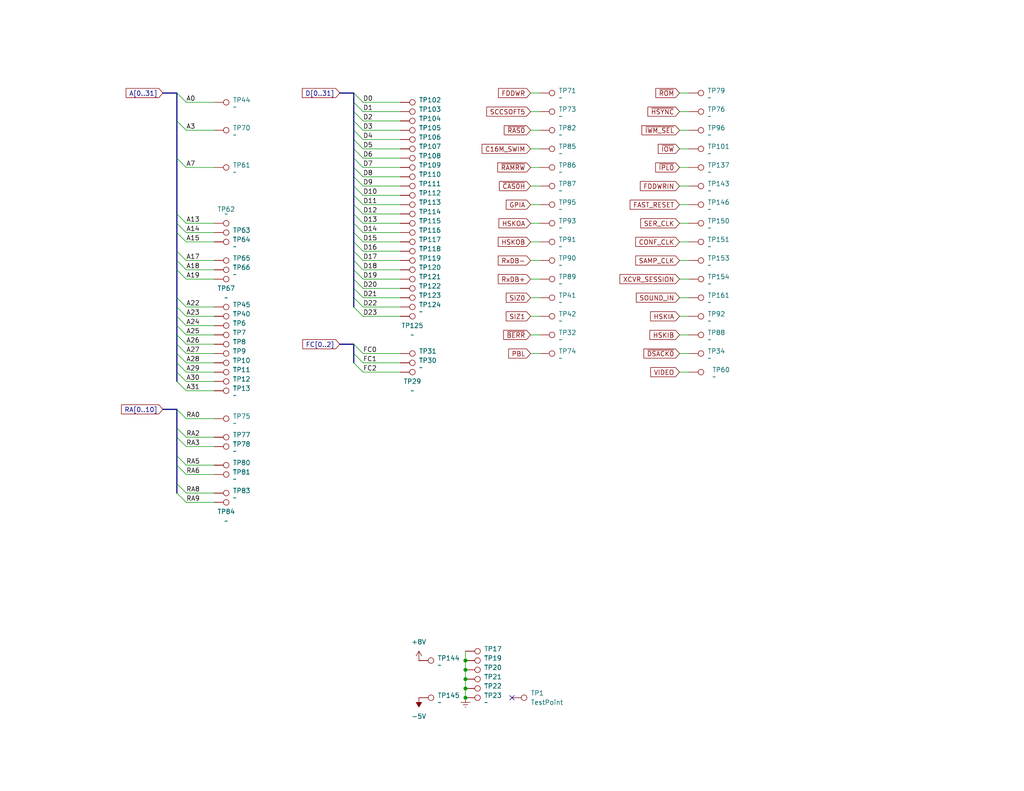
<source format=kicad_sch>
(kicad_sch (version 20250114) (generator "eeschema") (generator_version "9.0")
  (paper "USLetter")
  (title_block (title "Macintosh Classic II") (date "2025-05-29") (company "Apple Computer") (comment 1 "drawn by Bradley Bell"))
  (lib_symbols
    (symbol "Connector:TestPoint" (pin_numbers (hide yes)) (pin_names (offset 0.762) (hide yes))
      (property "Reference" "TP" (at 0 6.858 0))
      (property "Value" "TestPoint" (at 0 5.08 0))
      (symbol "TestPoint_0_1"
        (circle (center 0 3.302) (radius 0.762))
      )
      (symbol "TestPoint_1_1"
        (pin passive line (at 0 0 90) (length 2.54) (name "1") (number "1"))
      )
    )
    (symbol "power:+8V" (power) (pin_numbers (hide yes)) (pin_names (offset 0) (hide yes))
      (property "Value" "+8V" (at 0 3.556 0))
      (symbol "+8V_0_1"
        (polyline (pts (xy -0.762 1.27) (xy 0 2.54)))
        (polyline (pts (xy 0 2.54) (xy 0.762 1.27)))
        (polyline (pts (xy 0 0) (xy 0 2.54)))
      )
      (symbol "+8V_1_1"
        (pin power_in line (at 0 0 90) (length 0) (name "~") (number "1"))
      )
    )
    (symbol "power:-5V" (power) (pin_numbers (hide yes)) (pin_names (offset 0) (hide yes))
      (property "Value" "-5V" (at 0 3.556 0))
      (symbol "-5V_0_0"
        (pin power_in line (at 0 0 90) (length 0) (name "~") (number "1"))
      )
      (symbol "-5V_0_1"
        (polyline (pts (xy 0 0) (xy 0 1.27) (xy 0.762 1.27) (xy 0 2.54) (xy -0.762 1.27) (xy 0 1.27)) (fill (type outline)))
      )
    )
    (symbol "power:GNDREF" (power) (pin_numbers (hide yes)) (pin_names (offset 0) (hide yes))
      (property "Value" "GNDREF" (at 0 -3.81 0))
      (symbol "GNDREF_0_1"
        (polyline (pts (xy -0.635 -1.905) (xy 0.635 -1.905)))
        (polyline (pts (xy -0.127 -2.54) (xy 0.127 -2.54)))
        (polyline (pts (xy 0 -1.27) (xy 0 0)))
        (polyline (pts (xy 1.27 -1.27) (xy -1.27 -1.27)))
      )
      (symbol "GNDREF_1_1"
        (pin power_in line (at 0 0 270) (length 0) (name "~") (number "1"))
      )
    )
  )
  (junction (at 127 180.34))
  (junction (at 127 190.5))
  (junction (at 127 187.96))
  (junction (at 127 185.42))
  (junction (at 127 182.88))
  (no_connect (at 139.7 190.5))
  (bus_entry (at 99.06 101.6) (size -2.54 -2.54))
  (bus_entry (at 99.06 68.58) (size -2.54 -2.54))
  (bus_entry (at 99.06 35.56) (size -2.54 -2.54))
  (bus_entry (at 99.06 40.64) (size -2.54 -2.54))
  (bus_entry (at 48.26 25.4) (size 2.54 2.54))
  (bus_entry (at 99.06 81.28) (size -2.54 -2.54))
  (bus_entry (at 50.8 134.62) (size -2.54 -2.54))
  (bus_entry (at 99.06 76.2) (size -2.54 -2.54))
  (bus_entry (at 50.8 114.3) (size -2.54 -2.54))
  (bus_entry (at 99.06 43.18) (size -2.54 -2.54))
  (bus_entry (at 48.26 73.66) (size 2.54 2.54))
  (bus_entry (at 48.26 81.28) (size 2.54 2.54))
  (bus_entry (at 99.06 86.36) (size -2.54 -2.54))
  (bus_entry (at 48.26 104.14) (size 2.54 2.54))
  (bus_entry (at 48.26 63.5) (size 2.54 2.54))
  (bus_entry (at 99.06 55.88) (size -2.54 -2.54))
  (bus_entry (at 48.26 68.58) (size 2.54 2.54))
  (bus_entry (at 48.26 96.52) (size 2.54 2.54))
  (bus_entry (at 99.06 96.52) (size -2.54 -2.54))
  (bus_entry (at 99.06 60.96) (size -2.54 -2.54))
  (bus_entry (at 99.06 53.34) (size -2.54 -2.54))
  (bus_entry (at 99.06 50.8) (size -2.54 -2.54))
  (bus_entry (at 50.8 121.92) (size -2.54 -2.54))
  (bus_entry (at 99.06 38.1) (size -2.54 -2.54))
  (bus_entry (at 48.26 60.96) (size 2.54 2.54))
  (bus_entry (at 48.26 101.6) (size 2.54 2.54))
  (bus_entry (at 99.06 58.42) (size -2.54 -2.54))
  (bus_entry (at 48.26 99.06) (size 2.54 2.54))
  (bus_entry (at 99.06 71.12) (size -2.54 -2.54))
  (bus_entry (at 48.26 88.9) (size 2.54 2.54))
  (bus_entry (at 99.06 83.82) (size -2.54 -2.54))
  (bus_entry (at 48.26 71.12) (size 2.54 2.54))
  (bus_entry (at 48.26 33.02) (size 2.54 2.54))
  (bus_entry (at 50.8 137.16) (size -2.54 -2.54))
  (bus_entry (at 48.26 86.36) (size 2.54 2.54))
  (bus_entry (at 48.26 58.42) (size 2.54 2.54))
  (bus_entry (at 48.26 43.18) (size 2.54 2.54))
  (bus_entry (at 50.8 127) (size -2.54 -2.54))
  (bus_entry (at 99.06 73.66) (size -2.54 -2.54))
  (bus_entry (at 99.06 78.74) (size -2.54 -2.54))
  (bus_entry (at 99.06 33.02) (size -2.54 -2.54))
  (bus_entry (at 50.8 119.38) (size -2.54 -2.54))
  (bus_entry (at 99.06 63.5) (size -2.54 -2.54))
  (bus_entry (at 99.06 99.06) (size -2.54 -2.54))
  (bus_entry (at 50.8 129.54) (size -2.54 -2.54))
  (bus_entry (at 48.26 93.98) (size 2.54 2.54))
  (bus_entry (at 99.06 27.94) (size -2.54 -2.54))
  (bus_entry (at 48.26 83.82) (size 2.54 2.54))
  (bus_entry (at 99.06 48.26) (size -2.54 -2.54))
  (bus_entry (at 99.06 45.72) (size -2.54 -2.54))
  (bus_entry (at 99.06 30.48) (size -2.54 -2.54))
  (bus_entry (at 48.26 91.44) (size 2.54 2.54))
  (bus_entry (at 99.06 66.04) (size -2.54 -2.54))
  (bus (pts (xy 48.26 73.66) (xy 48.26 81.28)))
  (wire (pts (xy 109.22 99.06) (xy 99.06 99.06)))
  (bus (pts (xy 48.26 86.36) (xy 48.26 83.82)))
  (wire (pts (xy 50.8 129.54) (xy 58.42 129.54)))
  (wire (pts (xy 50.8 114.3) (xy 58.42 114.3)))
  (wire (pts (xy 58.42 106.68) (xy 50.8 106.68)))
  (bus (pts (xy 96.52 68.58) (xy 96.52 66.04)))
  (bus (pts (xy 48.26 104.14) (xy 48.26 101.6)))
  (wire (pts (xy 50.8 134.62) (xy 58.42 134.62)))
  (wire (pts (xy 187.96 25.4) (xy 185.42 25.4)))
  (wire (pts (xy 147.32 60.96) (xy 144.78 60.96)))
  (wire (pts (xy 58.42 104.14) (xy 50.8 104.14)))
  (bus (pts (xy 48.26 96.52) (xy 48.26 93.98)))
  (bus (pts (xy 48.26 111.76) (xy 44.45 111.76)))
  (wire (pts (xy 109.22 45.72) (xy 99.06 45.72)))
  (bus (pts (xy 48.26 63.5) (xy 48.26 68.58)))
  (bus (pts (xy 48.26 101.6) (xy 48.26 99.06)))
  (bus (pts (xy 48.26 73.66) (xy 48.26 71.12)))
  (wire (pts (xy 127 190.5) (xy 127 187.96)))
  (wire (pts (xy 147.32 45.72) (xy 144.78 45.72)))
  (wire (pts (xy 147.32 50.8) (xy 144.78 50.8)))
  (wire (pts (xy 147.32 66.04) (xy 144.78 66.04)))
  (wire (pts (xy 109.22 40.64) (xy 99.06 40.64)))
  (wire (pts (xy 187.96 60.96) (xy 185.42 60.96)))
  (wire (pts (xy 109.22 68.58) (xy 99.06 68.58)))
  (wire (pts (xy 187.96 45.72) (xy 185.42 45.72)))
  (wire (pts (xy 50.8 71.12) (xy 58.42 71.12)))
  (wire (pts (xy 187.96 101.6) (xy 185.42 101.6)))
  (bus (pts (xy 96.52 45.72) (xy 96.52 43.18)))
  (wire (pts (xy 147.32 55.88) (xy 144.78 55.88)))
  (wire (pts (xy 109.22 63.5) (xy 99.06 63.5)))
  (wire (pts (xy 50.8 137.16) (xy 58.42 137.16)))
  (bus (pts (xy 44.45 25.4) (xy 48.26 25.4)))
  (wire (pts (xy 144.78 91.44) (xy 147.32 91.44)))
  (wire (pts (xy 58.42 60.96) (xy 50.8 60.96)))
  (wire (pts (xy 147.32 30.48) (xy 144.78 30.48)))
  (wire (pts (xy 109.22 73.66) (xy 99.06 73.66)))
  (wire (pts (xy 99.06 101.6) (xy 109.22 101.6)))
  (wire (pts (xy 58.42 91.44) (xy 50.8 91.44)))
  (bus (pts (xy 96.52 35.56) (xy 96.52 33.02)))
  (bus (pts (xy 96.52 40.64) (xy 96.52 38.1)))
  (bus (pts (xy 48.26 119.38) (xy 48.26 124.46)))
  (bus (pts (xy 96.52 93.98) (xy 92.71 93.98)))
  (bus (pts (xy 96.52 63.5) (xy 96.52 60.96)))
  (wire (pts (xy 99.06 96.52) (xy 109.22 96.52)))
  (wire (pts (xy 58.42 101.6) (xy 50.8 101.6)))
  (bus (pts (xy 96.52 38.1) (xy 96.52 35.56)))
  (wire (pts (xy 109.22 43.18) (xy 99.06 43.18)))
  (bus (pts (xy 96.52 53.34) (xy 96.52 50.8)))
  (wire (pts (xy 109.22 33.02) (xy 99.06 33.02)))
  (wire (pts (xy 185.42 96.52) (xy 187.96 96.52)))
  (bus (pts (xy 96.52 50.8) (xy 96.52 48.26)))
  (bus (pts (xy 96.52 30.48) (xy 96.52 27.94)))
  (wire (pts (xy 58.42 83.82) (xy 50.8 83.82)))
  (wire (pts (xy 147.32 25.4) (xy 144.78 25.4)))
  (bus (pts (xy 48.26 71.12) (xy 48.26 68.58)))
  (bus (pts (xy 48.26 111.76) (xy 48.26 116.84)))
  (wire (pts (xy 109.22 58.42) (xy 99.06 58.42)))
  (wire (pts (xy 127 187.96) (xy 127 185.42)))
  (bus (pts (xy 48.26 91.44) (xy 48.26 88.9)))
  (wire (pts (xy 109.22 76.2) (xy 99.06 76.2)))
  (wire (pts (xy 109.22 30.48) (xy 99.06 30.48)))
  (wire (pts (xy 109.22 35.56) (xy 99.06 35.56)))
  (wire (pts (xy 187.96 81.28) (xy 185.42 81.28)))
  (wire (pts (xy 127 185.42) (xy 127 182.88)))
  (wire (pts (xy 50.8 121.92) (xy 58.42 121.92)))
  (wire (pts (xy 109.22 86.36) (xy 99.06 86.36)))
  (wire (pts (xy 50.8 63.5) (xy 58.42 63.5)))
  (bus (pts (xy 48.26 60.96) (xy 48.26 58.42)))
  (bus (pts (xy 48.26 63.5) (xy 48.26 60.96)))
  (bus (pts (xy 96.52 96.52) (xy 96.52 93.98)))
  (wire (pts (xy 109.22 48.26) (xy 99.06 48.26)))
  (wire (pts (xy 187.96 71.12) (xy 185.42 71.12)))
  (bus (pts (xy 96.52 48.26) (xy 96.52 45.72)))
  (bus (pts (xy 96.52 33.02) (xy 96.52 30.48)))
  (bus (pts (xy 96.52 55.88) (xy 96.52 53.34)))
  (bus (pts (xy 48.26 99.06) (xy 48.26 96.52)))
  (wire (pts (xy 109.22 66.04) (xy 99.06 66.04)))
  (bus (pts (xy 48.26 93.98) (xy 48.26 91.44)))
  (bus (pts (xy 48.26 25.4) (xy 48.26 33.02)))
  (wire (pts (xy 50.8 119.38) (xy 58.42 119.38)))
  (bus (pts (xy 96.52 73.66) (xy 96.52 71.12)))
  (bus (pts (xy 96.52 27.94) (xy 96.52 25.4)))
  (bus (pts (xy 96.52 76.2) (xy 96.52 73.66)))
  (wire (pts (xy 144.78 35.56) (xy 147.32 35.56)))
  (wire (pts (xy 109.22 53.34) (xy 99.06 53.34)))
  (bus (pts (xy 48.26 134.62) (xy 48.26 132.08)))
  (wire (pts (xy 109.22 38.1) (xy 99.06 38.1)))
  (wire (pts (xy 127 182.88) (xy 127 180.34)))
  (wire (pts (xy 187.96 50.8) (xy 185.42 50.8)))
  (wire (pts (xy 109.22 50.8) (xy 99.06 50.8)))
  (wire (pts (xy 147.32 76.2) (xy 144.78 76.2)))
  (bus (pts (xy 48.26 88.9) (xy 48.26 86.36)))
  (wire (pts (xy 58.42 35.56) (xy 50.8 35.56)))
  (bus (pts (xy 96.52 60.96) (xy 96.52 58.42)))
  (wire (pts (xy 187.96 91.44) (xy 185.42 91.44)))
  (wire (pts (xy 58.42 88.9) (xy 50.8 88.9)))
  (wire (pts (xy 109.22 55.88) (xy 99.06 55.88)))
  (bus (pts (xy 48.26 33.02) (xy 48.26 43.18)))
  (bus (pts (xy 96.52 71.12) (xy 96.52 68.58)))
  (bus (pts (xy 96.52 25.4) (xy 92.71 25.4)))
  (wire (pts (xy 109.22 27.94) (xy 99.06 27.94)))
  (wire (pts (xy 58.42 99.06) (xy 50.8 99.06)))
  (wire (pts (xy 187.96 55.88) (xy 185.42 55.88)))
  (bus (pts (xy 96.52 99.06) (xy 96.52 96.52)))
  (wire (pts (xy 109.22 78.74) (xy 99.06 78.74)))
  (wire (pts (xy 144.78 86.36) (xy 147.32 86.36)))
  (wire (pts (xy 58.42 86.36) (xy 50.8 86.36)))
  (bus (pts (xy 96.52 78.74) (xy 96.52 76.2)))
  (wire (pts (xy 109.22 60.96) (xy 99.06 60.96)))
  (wire (pts (xy 109.22 71.12) (xy 99.06 71.12)))
  (bus (pts (xy 48.26 83.82) (xy 48.26 81.28)))
  (bus (pts (xy 96.52 43.18) (xy 96.52 40.64)))
  (wire (pts (xy 147.32 96.52) (xy 144.78 96.52)))
  (wire (pts (xy 58.42 93.98) (xy 50.8 93.98)))
  (wire (pts (xy 109.22 83.82) (xy 99.06 83.82)))
  (bus (pts (xy 48.26 43.18) (xy 48.26 58.42)))
  (bus (pts (xy 96.52 63.5) (xy 96.52 66.04)))
  (wire (pts (xy 147.32 40.64) (xy 144.78 40.64)))
  (wire (pts (xy 50.8 73.66) (xy 58.42 73.66)))
  (wire (pts (xy 50.8 66.04) (xy 58.42 66.04)))
  (wire (pts (xy 187.96 40.64) (xy 185.42 40.64)))
  (wire (pts (xy 187.96 86.36) (xy 185.42 86.36)))
  (wire (pts (xy 187.96 66.04) (xy 185.42 66.04)))
  (bus (pts (xy 48.26 127) (xy 48.26 132.08)))
  (wire (pts (xy 109.22 81.28) (xy 99.06 81.28)))
  (bus (pts (xy 96.52 83.82) (xy 96.52 81.28)))
  (wire (pts (xy 147.32 71.12) (xy 144.78 71.12)))
  (wire (pts (xy 50.8 127) (xy 58.42 127)))
  (wire (pts (xy 58.42 27.94) (xy 50.8 27.94)))
  (bus (pts (xy 96.52 81.28) (xy 96.52 78.74)))
  (bus (pts (xy 96.52 58.42) (xy 96.52 55.88)))
  (wire (pts (xy 187.96 30.48) (xy 185.42 30.48)))
  (wire (pts (xy 187.96 35.56) (xy 185.42 35.56)))
  (bus (pts (xy 48.26 119.38) (xy 48.26 116.84)))
  (wire (pts (xy 187.96 76.2) (xy 185.42 76.2)))
  (wire (pts (xy 127 180.34) (xy 127 177.8)))
  (bus (pts (xy 48.26 127) (xy 48.26 124.46)))
  (wire (pts (xy 144.78 81.28) (xy 147.32 81.28)))
  (wire (pts (xy 58.42 96.52) (xy 50.8 96.52)))
  (wire (pts (xy 58.42 45.72) (xy 50.8 45.72)))
  (wire (pts (xy 50.8 76.2) (xy 58.42 76.2)))
  (label "A18" (at 50.8 73.66 0))
  (label "D15" (at 99.06 66.04 0))
  (label "D7" (at 99.06 45.72 0))
  (label "A28" (at 50.8 99.06 0))
  (label "D12" (at 99.06 58.42 0))
  (label "A19" (at 50.8 76.2 0))
  (label "A30" (at 50.8 104.14 0))
  (label "D23" (at 99.06 86.36 0))
  (label "D21" (at 99.06 81.28 0))
  (label "D20" (at 99.06 78.74 0))
  (label "A3" (at 50.8 35.56 0))
  (label "D6" (at 99.06 43.18 0))
  (label "A26" (at 50.8 93.98 0))
  (label "D22" (at 99.06 83.82 0))
  (label "D13" (at 99.06 60.96 0))
  (label "D4" (at 99.06 38.1 0))
  (label "A29" (at 50.8 101.6 0))
  (label "D10" (at 99.06 53.34 0))
  (label "D5" (at 99.06 40.64 0))
  (label "A31" (at 50.8 106.68 0))
  (label "A17" (at 50.8 71.12 0))
  (label "FC2" (at 99.06 101.6 0))
  (label "RA6" (at 50.8 129.54 0))
  (label "D14" (at 99.06 63.5 0))
  (label "D17" (at 99.06 71.12 0))
  (label "RA3" (at 50.8 121.92 0))
  (label "D9" (at 99.06 50.8 0))
  (label "D3" (at 99.06 35.56 0))
  (label "RA8" (at 50.8 134.62 0))
  (label "RA9" (at 50.8 137.16 0))
  (label "RA2" (at 50.8 119.38 0))
  (label "A24" (at 50.8 88.9 0))
  (label "RA0" (at 50.8 114.3 0))
  (label "A7" (at 50.8 45.72 0))
  (label "D16" (at 99.06 68.58 0))
  (label "A14" (at 50.8 63.5 0))
  (label "A22" (at 50.8 83.82 0))
  (label "A27" (at 50.8 96.52 0))
  (label "D19" (at 99.06 76.2 0))
  (label "D11" (at 99.06 55.88 0))
  (label "D1" (at 99.06 30.48 0))
  (label "D0" (at 99.06 27.94 0))
  (label "A23" (at 50.8 86.36 0))
  (label "D8" (at 99.06 48.26 0))
  (label "RA5" (at 50.8 127 0))
  (label "D18" (at 99.06 73.66 0))
  (label "A25" (at 50.8 91.44 0))
  (label "A13" (at 50.8 60.96 0))
  (label "FC1" (at 99.06 99.06 0))
  (label "FC0" (at 99.06 96.52 0))
  (label "A15" (at 50.8 66.04 0))
  (label "D2" (at 99.06 33.02 0))
  (label "A0" (at 50.8 27.94 0))
  (global_label "~{IWM_SEL}" (shape input) (at 185.42 35.56 180) (property "Intersheetrefs" "${INTERSHEET_REFS}" (at 178.8063 35.56 0) (effects (justify right))))
  (global_label "~{IPL0}" (shape input) (at 185.42 45.72 180) (property "Intersheetrefs" "${INTERSHEET_REFS}" (at 178.3224 45.72 0) (effects (justify right))))
  (global_label "VIDEO" (shape input) (at 185.42 101.6 180) (property "Intersheetrefs" "${INTERSHEET_REFS}" (at 176.9919 101.6 0) (effects (justify right))))
  (global_label "RA[0..10]" (shape input) (at 44.45 111.76 180) (property "Intersheetrefs" "${INTERSHEET_REFS}" (at 32.5747 111.76 0) (effects (justify right))))
  (global_label "SIZ0" (shape input) (at 144.78 81.28 180) (property "Intersheetrefs" "${INTERSHEET_REFS}" (at 137.5615 81.28 0) (effects (justify right))))
  (global_label "C16M_SWIM" (shape input) (at 144.78 40.64 180) (property "Intersheetrefs" "${INTERSHEET_REFS}" (at 130.9697 40.64 0) (effects (justify right))))
  (global_label "~{CAS0H}" (shape input) (at 144.78 50.8 180) (property "Intersheetrefs" "${INTERSHEET_REFS}" (at 135.6867 50.8 0) (effects (justify right))))
  (global_label "FDDWR" (shape input) (at 144.78 25.4 180) (property "Intersheetrefs" "${INTERSHEET_REFS}" (at 135.4448 25.4 0) (effects (justify right))))
  (global_label "~{IOW}" (shape input) (at 185.42 40.64 180) (property "Intersheetrefs" "${INTERSHEET_REFS}" (at 179.0481 40.64 0) (effects (justify right))))
  (global_label "~{RAMRW}" (shape input) (at 144.78 45.72 180) (property "Intersheetrefs" "${INTERSHEET_REFS}" (at 135.2634 45.72 0) (effects (justify right))))
  (global_label "FDDWRIN" (shape input) (at 185.42 50.8 180) (property "Intersheetrefs" "${INTERSHEET_REFS}" (at 174.1495 50.8 0) (effects (justify right))))
  (global_label "RxDB-" (shape input) (at 144.78 71.12 180) (property "Intersheetrefs" "${INTERSHEET_REFS}" (at 135.3843 71.12 0) (effects (justify right))))
  (global_label "~{HSYNC}" (shape input) (at 185.42 30.48 180) (property "Intersheetrefs" "${INTERSHEET_REFS}" (at 176.2057 30.48 0) (effects (justify right))))
  (global_label "SER_CLK" (shape input) (at 185.42 60.96 180) (property "Intersheetrefs" "${INTERSHEET_REFS}" (at 174.2706 60.96 0) (effects (justify right))))
  (global_label "HSKOB" (shape input) (at 144.78 66.04 180) (property "Intersheetrefs" "${INTERSHEET_REFS}" (at 135.3843 66.04 0) (effects (justify right))))
  (global_label "PBL" (shape input) (at 144.78 96.52 180) (property "Intersheetrefs" "${INTERSHEET_REFS}" (at 138.2267 96.52 0) (effects (justify right))))
  (global_label "FAST_RESET" (shape input) (at 185.42 55.88 180) (property "Intersheetrefs" "${INTERSHEET_REFS}" (at 171.3678 55.88 0) (effects (justify right))))
  (global_label "SAMP_CLK" (shape input) (at 185.42 71.12 180) (property "Intersheetrefs" "${INTERSHEET_REFS}" (at 172.8796 71.12 0) (effects (justify right))))
  (global_label "SOUND_IN" (shape input) (at 185.42 81.28 180) (property "Intersheetrefs" "${INTERSHEET_REFS}" (at 173.0609 81.28 0) (effects (justify right))))
  (global_label "CONF_CLK" (shape input) (at 185.42 66.04 180) (property "Intersheetrefs" "${INTERSHEET_REFS}" (at 172.8795 66.04 0) (effects (justify right))))
  (global_label "A[0..31]" (shape input) (at 44.45 25.4 180) (property "Intersheetrefs" "${INTERSHEET_REFS}" (at 33.8447 25.4 0) (effects (justify right))))
  (global_label "RxDB+" (shape input) (at 144.78 76.2 180) (property "Intersheetrefs" "${INTERSHEET_REFS}" (at 135.3843 76.2 0) (effects (justify right))))
  (global_label "HSKIA" (shape input) (at 185.42 86.36 180) (property "Intersheetrefs" "${INTERSHEET_REFS}" (at 176.9314 86.36 0) (effects (justify right))))
  (global_label "SCCSOFT5" (shape input) (at 144.78 30.48 180) (property "Intersheetrefs" "${INTERSHEET_REFS}" (at 132.2396 30.48 0) (effects (justify right))))
  (global_label "HSKIB" (shape input) (at 185.42 91.44 180) (property "Intersheetrefs" "${INTERSHEET_REFS}" (at 176.75 91.44 0) (effects (justify right))))
  (global_label "~{ROM}" (shape input) (at 185.42 25.4 180) (property "Intersheetrefs" "${INTERSHEET_REFS}" (at 175.9034 25.4 0) (effects (justify right))))
  (global_label "HSKOA" (shape input) (at 144.78 60.96 180) (property "Intersheetrefs" "${INTERSHEET_REFS}" (at 135.5657 60.96 0) (effects (justify right))))
  (global_label "~{RAS0}" (shape input) (at 144.78 35.56 180) (property "Intersheetrefs" "${INTERSHEET_REFS}" (at 137.0172 35.56 0) (effects (justify right))))
  (global_label "~{DSACK0}" (shape input) (at 185.42 96.52 180) (property "Intersheetrefs" "${INTERSHEET_REFS}" (at 175.1172 96.52 0) (effects (justify right))))
  (global_label "XCVR_SESSION" (shape input) (at 185.42 76.2 180) (property "Intersheetrefs" "${INTERSHEET_REFS}" (at 168.5858 76.2 0) (effects (justify right))))
  (global_label "GPIA" (shape input) (at 144.78 55.88 180) (property "Intersheetrefs" "${INTERSHEET_REFS}" (at 137.5614 55.88 0) (effects (justify right))))
  (global_label "D[0..31]" (shape input) (at 92.71 25.4 180) (property "Intersheetrefs" "${INTERSHEET_REFS}" (at 81.9233 25.4 0) (effects (justify right))))
  (global_label "~{BERR}" (shape input) (at 144.78 91.44 180) (property "Intersheetrefs" "${INTERSHEET_REFS}" (at 136.8358 91.44 0) (effects (justify right))))
  (global_label "SIZ1" (shape input) (at 144.78 86.36 180) (property "Intersheetrefs" "${INTERSHEET_REFS}" (at 137.5615 86.36 0) (effects (justify right))))
  (global_label "FC[0..2]" (shape input) (at 92.71 93.98 180) (property "Intersheetrefs" "${INTERSHEET_REFS}" (at 82.0442 93.98 0) (effects (justify right))))
  (symbol (lib_id "Connector:TestPoint") (at 139.7 190.5 270) (unit 1)
    (property "Reference" "TP1" (at 144.78 189.2299 90) (effects (justify left)))
    (property "Value" "TestPoint" (at 144.78 191.7699 90) (effects (justify left)))
    (property "Footprint" "TestPoint:TestPoint_Pad_1.5x1.5mm" (effects (hide yes)))
    (property "Description" "test point" (effects (hide yes)))
  )
  (symbol (lib_id "Connector:TestPoint") (at 109.22 96.52 270) (unit 1)
    (property "Reference" "TP31" (at 114.3 95.8849 90) (effects (justify left)))
    (property "Value" "~" (at 114.3 97.79 90) (effects (justify left)))
    (property "Footprint" "MyPackage:TestPoint_THTPad_D1.0mm_Drill0.5mm" (effects (hide yes)))
    (property "Description" "test point" (effects (hide yes)))
  )
  (symbol (lib_id "Connector:TestPoint") (at 187.96 66.04 270) (mirror x) (unit 1)
    (property "Reference" "TP151" (at 193.04 65.4049 90) (effects (justify left)))
    (property "Value" "~" (at 193.04 67.31 90) (effects (justify left)))
    (property "Footprint" "MyPackage:TestPoint_THTPad_D1.0mm_Drill0.5mm" (effects (hide yes)))
    (property "Description" "test point" (effects (hide yes)))
  )
  (symbol (lib_id "Connector:TestPoint") (at 187.96 96.52 270) (unit 1)
    (property "Reference" "TP34" (at 193.04 95.8849 90) (effects (justify left)))
    (property "Value" "~" (at 193.04 97.79 90) (effects (justify left)))
    (property "Footprint" "MyPackage:TestPoint_THTPad_D1.0mm_Drill0.5mm" (effects (hide yes)))
    (property "Description" "test point" (effects (hide yes)))
  )
  (symbol (lib_id "Connector:TestPoint") (at 127 187.96 270) (unit 1)
    (property "Reference" "TP22" (at 132.08 187.3249 90) (effects (justify left)))
    (property "Value" "~" (at 132.08 189.23 90) (effects (justify left)))
    (property "Footprint" "MyPackage:TestPoint_THTPad_D1.0mm_Drill0.5mm" (effects (hide yes)))
    (property "Description" "test point" (effects (hide yes)))
  )
  (symbol (lib_id "Connector:TestPoint") (at 187.96 40.64 270) (mirror x) (unit 1)
    (property "Reference" "TP101" (at 193.04 40.0049 90) (effects (justify left)))
    (property "Value" "~" (at 193.04 41.91 90) (effects (justify left)))
    (property "Footprint" "MyPackage:TestPoint_THTPad_D1.0mm_Drill0.5mm" (effects (hide yes)))
    (property "Description" "test point" (effects (hide yes)))
  )
  (symbol (lib_id "Connector:TestPoint") (at 187.96 71.12 270) (mirror x) (unit 1)
    (property "Reference" "TP153" (at 193.04 70.4849 90) (effects (justify left)))
    (property "Value" "~" (at 193.04 72.39 90) (effects (justify left)))
    (property "Footprint" "MyPackage:TestPoint_THTPad_D1.0mm_Drill0.5mm" (effects (hide yes)))
    (property "Description" "test point" (effects (hide yes)))
  )
  (symbol (lib_id "Connector:TestPoint") (at 147.32 96.52 270) (mirror x) (unit 1)
    (property "Reference" "TP74" (at 152.4 95.8849 90) (effects (justify left)))
    (property "Value" "~" (at 152.4 97.79 90) (effects (justify left)))
    (property "Footprint" "MyPackage:TestPoint_Pad_D1.0mm" (effects (hide yes)))
    (property "Description" "test point" (effects (hide yes)))
  )
  (symbol (lib_id "Connector:TestPoint") (at 58.42 101.6 270) (mirror x) (unit 1)
    (property "Reference" "TP11" (at 63.5 100.9649 90) (effects (justify left)))
    (property "Value" "~" (at 63.5 102.87 90) (effects (justify left)))
    (property "Footprint" "MyPackage:TestPoint_THTPad_D1.0mm_Drill0.5mm" (effects (hide yes)))
    (property "Description" "test point" (effects (hide yes)))
  )
  (symbol (lib_id "Connector:TestPoint") (at 109.22 48.26 270) (mirror x) (unit 1)
    (property "Reference" "TP110" (at 114.3 47.6249 90) (effects (justify left)))
    (property "Value" "~" (at 114.3 49.53 90) (effects (justify left)))
    (property "Footprint" "MyPackage:TestPoint_THTPad_D1.0mm_Drill0.5mm" (effects (hide yes)))
    (property "Description" "test point" (effects (hide yes)))
  )
  (symbol (lib_id "Connector:TestPoint") (at 187.96 45.72 270) (mirror x) (unit 1)
    (property "Reference" "TP137" (at 193.04 45.0849 90) (effects (justify left)))
    (property "Value" "~" (at 193.04 46.99 90) (effects (justify left)))
    (property "Footprint" "MyPackage:TestPoint_THTPad_D1.0mm_Drill0.5mm" (effects (hide yes)))
    (property "Description" "test point" (effects (hide yes)))
  )
  (symbol (lib_id "Connector:TestPoint") (at 147.32 40.64 270) (mirror x) (unit 1)
    (property "Reference" "TP85" (at 152.4 40.0049 90) (effects (justify left)))
    (property "Value" "~" (at 152.4 41.91 90) (effects (justify left)))
    (property "Footprint" "MyPackage:TestPoint_Pad_D1.0mm" (effects (hide yes)))
    (property "Description" "test point" (effects (hide yes)))
  )
  (symbol (lib_id "Connector:TestPoint") (at 58.42 71.12 270) (mirror x) (unit 1)
    (property "Reference" "TP65" (at 63.5 70.4849 90) (effects (justify left)))
    (property "Value" "~" (at 63.5 72.39 90) (effects (justify left)))
    (property "Footprint" "MyPackage:TestPoint_THTPad_D1.0mm_Drill0.5mm" (effects (hide yes)))
    (property "Description" "test point" (effects (hide yes)))
  )
  (symbol (lib_id "Connector:TestPoint") (at 58.42 96.52 270) (mirror x) (unit 1)
    (property "Reference" "TP9" (at 63.5 95.8849 90) (effects (justify left)))
    (property "Value" "~" (at 63.5 97.79 90) (effects (justify left)))
    (property "Footprint" "MyPackage:TestPoint_THTPad_D1.0mm_Drill0.5mm" (effects (hide yes)))
    (property "Description" "test point" (effects (hide yes)))
  )
  (symbol (lib_id "Connector:TestPoint") (at 58.42 121.92 270) (mirror x) (unit 1)
    (property "Reference" "TP78" (at 63.5 121.2849 90) (effects (justify left)))
    (property "Value" "~" (at 63.5 123.19 90) (effects (justify left)))
    (property "Footprint" "MyPackage:TestPoint_Pad_D1.0mm" (effects (hide yes)))
    (property "Description" "test point" (effects (hide yes)))
  )
  (symbol (lib_id "Connector:TestPoint") (at 58.42 63.5 270) (mirror x) (unit 1)
    (property "Reference" "TP63" (at 63.5 62.8649 90) (effects (justify left)))
    (property "Value" "~" (at 63.5 64.77 90) (effects (justify left)))
    (property "Footprint" "MyPackage:TestPoint_THTPad_D1.0mm_Drill0.5mm" (effects (hide yes)))
    (property "Description" "test point" (effects (hide yes)))
  )
  (symbol (lib_id "Connector:TestPoint") (at 58.42 114.3 270) (mirror x) (unit 1)
    (property "Reference" "TP75" (at 63.5 113.6649 90) (effects (justify left)))
    (property "Value" "~" (at 63.5 115.57 90) (effects (justify left)))
    (property "Footprint" "MyPackage:TestPoint_Pad_D1.0mm" (effects (hide yes)))
    (property "Description" "test point" (effects (hide yes)))
  )
  (symbol (lib_id "Connector:TestPoint") (at 187.96 101.6 270) (unit 1)
    (property "Reference" "TP60" (at 194.31 100.9649 90) (effects (justify left)))
    (property "Value" "~" (at 194.31 102.87 90) (effects (justify left)))
    (property "Footprint" "MyPackage:TestPoint_THTPad_D1.0mm_Drill0.5mm" (effects (hide yes)))
    (property "Description" "test point" (effects (hide yes)))
  )
  (symbol (lib_id "Connector:TestPoint") (at 109.22 78.74 270) (mirror x) (unit 1)
    (property "Reference" "TP122" (at 114.3 78.1049 90) (effects (justify left)))
    (property "Value" "~" (at 114.3 80.01 90) (effects (justify left)))
    (property "Footprint" "MyPackage:TestPoint_THTPad_D1.0mm_Drill0.5mm" (effects (hide yes)))
    (property "Description" "test point" (effects (hide yes)))
  )
  (symbol (lib_id "Connector:TestPoint") (at 187.96 81.28 270) (mirror x) (unit 1)
    (property "Reference" "TP161" (at 193.04 80.6449 90) (effects (justify left)))
    (property "Value" "~" (at 193.04 82.55 90) (effects (justify left)))
    (property "Footprint" "MyPackage:TestPoint_THTPad_D1.0mm_Drill0.5mm" (effects (hide yes)))
    (property "Description" "test point" (effects (hide yes)))
  )
  (symbol (lib_id "Connector:TestPoint") (at 109.22 63.5 270) (mirror x) (unit 1)
    (property "Reference" "TP116" (at 114.3 62.8649 90) (effects (justify left)))
    (property "Value" "~" (at 114.3 64.77 90) (effects (justify left)))
    (property "Footprint" "MyPackage:TestPoint_THTPad_D1.0mm_Drill0.5mm" (effects (hide yes)))
    (property "Description" "test point" (effects (hide yes)))
  )
  (symbol (lib_id "Connector:TestPoint") (at 58.42 129.54 270) (mirror x) (unit 1)
    (property "Reference" "TP81" (at 63.5 128.9049 90) (effects (justify left)))
    (property "Value" "~" (at 63.5 130.81 90) (effects (justify left)))
    (property "Footprint" "MyPackage:TestPoint_Pad_D1.0mm" (effects (hide yes)))
    (property "Description" "test point" (effects (hide yes)))
  )
  (symbol (lib_id "Connector:TestPoint") (at 58.42 66.04 270) (mirror x) (unit 1)
    (property "Reference" "TP64" (at 63.5 65.4049 90) (effects (justify left)))
    (property "Value" "~" (at 63.5 67.31 90) (effects (justify left)))
    (property "Footprint" "MyPackage:TestPoint_THTPad_D1.0mm_Drill0.5mm" (effects (hide yes)))
    (property "Description" "test point" (effects (hide yes)))
  )
  (symbol (lib_id "Connector:TestPoint") (at 58.42 134.62 270) (mirror x) (unit 1)
    (property "Reference" "TP83" (at 63.5 133.9849 90) (effects (justify left)))
    (property "Value" "~" (at 63.5 135.89 90) (effects (justify left)))
    (property "Footprint" "MyPackage:TestPoint_THTPad_D1.0mm_Drill0.5mm" (effects (hide yes)))
    (property "Description" "test point" (effects (hide yes)))
  )
  (symbol (lib_id "Connector:TestPoint") (at 127 182.88 270) (unit 1)
    (property "Reference" "TP20" (at 132.08 182.2449 90) (effects (justify left)))
    (property "Value" "~" (at 132.08 184.15 90) (effects (justify left)))
    (property "Footprint" "MyPackage:TestPoint_THTPad_D1.0mm_Drill0.5mm" (effects (hide yes)))
    (property "Description" "test point" (effects (hide yes)))
  )
  (symbol (lib_id "Connector:TestPoint") (at 147.32 91.44 270) (unit 1)
    (property "Reference" "TP32" (at 152.4 90.8049 90) (effects (justify left)))
    (property "Value" "~" (at 152.4 92.71 90) (effects (justify left)))
    (property "Footprint" "MyPackage:TestPoint_Pad_D1.0mm" (effects (hide yes)))
    (property "Description" "test point" (effects (hide yes)))
  )
  (symbol (lib_id "Connector:TestPoint") (at 58.42 45.72 270) (mirror x) (unit 1)
    (property "Reference" "TP61" (at 63.5 45.0849 90) (effects (justify left)))
    (property "Value" "~" (at 63.5 46.99 90) (effects (justify left)))
    (property "Footprint" "MyPackage:TestPoint_THTPad_D1.0mm_Drill0.5mm" (effects (hide yes)))
    (property "Description" "test point" (effects (hide yes)))
  )
  (symbol (lib_id "Connector:TestPoint") (at 109.22 30.48 270) (mirror x) (unit 1)
    (property "Reference" "TP103" (at 114.3 29.8449 90) (effects (justify left)))
    (property "Value" "~" (at 114.3 31.75 90) (effects (justify left)))
    (property "Footprint" "MyPackage:TestPoint_THTPad_D1.0mm_Drill0.5mm" (effects (hide yes)))
    (property "Description" "test point" (effects (hide yes)))
  )
  (symbol (lib_id "Connector:TestPoint") (at 109.22 66.04 270) (mirror x) (unit 1)
    (property "Reference" "TP117" (at 114.3 65.4049 90) (effects (justify left)))
    (property "Value" "~" (at 114.3 67.31 90) (effects (justify left)))
    (property "Footprint" "MyPackage:TestPoint_THTPad_D1.0mm_Drill0.5mm" (effects (hide yes)))
    (property "Description" "test point" (effects (hide yes)))
  )
  (symbol (lib_id "Connector:TestPoint") (at 109.22 27.94 270) (mirror x) (unit 1)
    (property "Reference" "TP102" (at 114.3 27.3049 90) (effects (justify left)))
    (property "Value" "~" (at 114.3 29.21 90) (effects (justify left)))
    (property "Footprint" "MyPackage:TestPoint_THTPad_D1.0mm_Drill0.5mm" (effects (hide yes)))
    (property "Description" "test point" (effects (hide yes)))
  )
  (symbol (lib_id "Connector:TestPoint") (at 114.3 190.5 270) (unit 1)
    (property "Reference" "TP145" (at 119.38 189.8649 90) (effects (justify left)))
    (property "Value" "~" (at 119.38 191.77 90) (effects (justify left)))
    (property "Footprint" "MyPackage:TestPoint_THTPad_D1.0mm_Drill0.5mm" (effects (hide yes)))
    (property "Description" "test point" (effects (hide yes)))
  )
  (symbol (lib_id "Connector:TestPoint") (at 114.3 180.34 270) (unit 1)
    (property "Reference" "TP144" (at 119.38 179.7049 90) (effects (justify left)))
    (property "Value" "~" (at 119.38 181.61 90) (effects (justify left)))
    (property "Footprint" "MyPackage:TestPoint_THTPad_D1.0mm_Drill0.5mm" (effects (hide yes)))
    (property "Description" "test point" (effects (hide yes)))
  )
  (symbol (lib_id "Connector:TestPoint") (at 109.22 40.64 270) (mirror x) (unit 1)
    (property "Reference" "TP107" (at 114.3 40.0049 90) (effects (justify left)))
    (property "Value" "~" (at 114.3 41.91 90) (effects (justify left)))
    (property "Footprint" "MyPackage:TestPoint_THTPad_D1.0mm_Drill0.5mm" (effects (hide yes)))
    (property "Description" "test point" (effects (hide yes)))
  )
  (symbol (lib_id "Connector:TestPoint") (at 147.32 81.28 270) (unit 1)
    (property "Reference" "TP41" (at 152.4 80.6449 90) (effects (justify left)))
    (property "Value" "~" (at 152.4 82.55 90) (effects (justify left)))
    (property "Footprint" "MyPackage:TestPoint_Pad_D1.0mm" (effects (hide yes)))
    (property "Description" "test point" (effects (hide yes)))
  )
  (symbol (lib_id "Connector:TestPoint") (at 58.42 35.56 270) (mirror x) (unit 1)
    (property "Reference" "TP70" (at 63.5 34.9249 90) (effects (justify left)))
    (property "Value" "~" (at 63.5 36.83 90) (effects (justify left)))
    (property "Footprint" "MyPackage:TestPoint_THTPad_D1.0mm_Drill0.5mm" (effects (hide yes)))
    (property "Description" "test point" (effects (hide yes)))
  )
  (symbol (lib_id "Connector:TestPoint") (at 187.96 50.8 270) (mirror x) (unit 1)
    (property "Reference" "TP143" (at 193.04 50.1649 90) (effects (justify left)))
    (property "Value" "~" (at 193.04 52.07 90) (effects (justify left)))
    (property "Footprint" "MyPackage:TestPoint_THTPad_D1.0mm_Drill0.5mm" (effects (hide yes)))
    (property "Description" "test point" (effects (hide yes)))
  )
  (symbol (lib_id "Connector:TestPoint") (at 109.22 53.34 270) (mirror x) (unit 1)
    (property "Reference" "TP112" (at 114.3 52.7049 90) (effects (justify left)))
    (property "Value" "~" (at 114.3 54.61 90) (effects (justify left)))
    (property "Footprint" "MyPackage:TestPoint_THTPad_D1.0mm_Drill0.5mm" (effects (hide yes)))
    (property "Description" "test point" (effects (hide yes)))
  )
  (symbol (lib_id "Connector:TestPoint") (at 147.32 50.8 270) (mirror x) (unit 1)
    (property "Reference" "TP87" (at 152.4 50.1649 90) (effects (justify left)))
    (property "Value" "~" (at 152.4 52.07 90) (effects (justify left)))
    (property "Footprint" "MyPackage:TestPoint_Pad_D1.0mm" (effects (hide yes)))
    (property "Description" "test point" (effects (hide yes)))
  )
  (symbol (lib_id "Connector:TestPoint") (at 109.22 81.28 270) (mirror x) (unit 1)
    (property "Reference" "TP123" (at 114.3 80.6449 90) (effects (justify left)))
    (property "Value" "~" (at 114.3 82.55 90) (effects (justify left)))
    (property "Footprint" "MyPackage:TestPoint_THTPad_D1.0mm_Drill0.5mm" (effects (hide yes)))
    (property "Description" "test point" (effects (hide yes)))
  )
  (symbol (lib_id "Connector:TestPoint") (at 109.22 55.88 270) (mirror x) (unit 1)
    (property "Reference" "TP113" (at 114.3 55.2449 90) (effects (justify left)))
    (property "Value" "~" (at 114.3 57.15 90) (effects (justify left)))
    (property "Footprint" "MyPackage:TestPoint_THTPad_D1.0mm_Drill0.5mm" (effects (hide yes)))
    (property "Description" "test point" (effects (hide yes)))
  )
  (symbol (lib_id "Connector:TestPoint") (at 187.96 91.44 270) (mirror x) (unit 1)
    (property "Reference" "TP88" (at 193.04 90.8049 90) (effects (justify left)))
    (property "Value" "~" (at 193.04 92.71 90) (effects (justify left)))
    (property "Footprint" "MyPackage:TestPoint_THTPad_D1.0mm_Drill0.5mm" (effects (hide yes)))
    (property "Description" "test point" (effects (hide yes)))
  )
  (symbol (lib_id "power:+8V") (at 114.3 180.34 0) (unit 1)
    (property "Reference" "#PWR0310" (effects (hide yes)))
    (property "Value" "+8V" (at 114.3 175.26 0))
    (property "Description" "Power symbol creates a global label with name \"+8V\"" (effects (hide yes)))
  )
  (symbol (lib_id "Connector:TestPoint") (at 58.42 88.9 270) (mirror x) (unit 1)
    (property "Reference" "TP6" (at 63.5 88.2649 90) (effects (justify left)))
    (property "Value" "~" (at 63.5 90.17 90) (effects (justify left)))
    (property "Footprint" "MyPackage:TestPoint_THTPad_D1.0mm_Drill0.5mm" (effects (hide yes)))
    (property "Description" "test point" (effects (hide yes)))
  )
  (symbol (lib_id "Connector:TestPoint") (at 127 190.5 270) (unit 1)
    (property "Reference" "TP23" (at 132.08 189.8649 90) (effects (justify left)))
    (property "Value" "~" (at 132.08 191.77 90) (effects (justify left)))
    (property "Footprint" "MyPackage:TestPoint_THTPad_D1.0mm_Drill0.5mm" (effects (hide yes)))
    (property "Description" "test point" (effects (hide yes)))
  )
  (symbol (lib_id "Connector:TestPoint") (at 109.22 101.6 270) (unit 1)
    (property "Reference" "TP29" (at 112.522 104.14 90))
    (property "Value" "~" (at 112.522 106.68 90))
    (property "Footprint" "MyPackage:TestPoint_THTPad_D1.0mm_Drill0.5mm" (effects (hide yes)))
    (property "Description" "test point" (effects (hide yes)))
  )
  (symbol (lib_id "Connector:TestPoint") (at 58.42 73.66 270) (mirror x) (unit 1)
    (property "Reference" "TP66" (at 63.5 73.0249 90) (effects (justify left)))
    (property "Value" "~" (at 63.5 74.93 90) (effects (justify left)))
    (property "Footprint" "MyPackage:TestPoint_THTPad_D1.0mm_Drill0.5mm" (effects (hide yes)))
    (property "Description" "test point" (effects (hide yes)))
  )
  (symbol (lib_id "Connector:TestPoint") (at 109.22 35.56 270) (mirror x) (unit 1)
    (property "Reference" "TP105" (at 114.3 34.9249 90) (effects (justify left)))
    (property "Value" "~" (at 114.3 36.83 90) (effects (justify left)))
    (property "Footprint" "MyPackage:TestPoint_THTPad_D1.0mm_Drill0.5mm" (effects (hide yes)))
    (property "Description" "test point" (effects (hide yes)))
  )
  (symbol (lib_id "Connector:TestPoint") (at 109.22 60.96 270) (mirror x) (unit 1)
    (property "Reference" "TP115" (at 114.3 60.3249 90) (effects (justify left)))
    (property "Value" "~" (at 114.3 62.23 90) (effects (justify left)))
    (property "Footprint" "MyPackage:TestPoint_THTPad_D1.0mm_Drill0.5mm" (effects (hide yes)))
    (property "Description" "test point" (effects (hide yes)))
  )
  (symbol (lib_id "Connector:TestPoint") (at 187.96 55.88 270) (mirror x) (unit 1)
    (property "Reference" "TP146" (at 193.04 55.2449 90) (effects (justify left)))
    (property "Value" "~" (at 193.04 57.15 90) (effects (justify left)))
    (property "Footprint" "MyPackage:TestPoint_THTPad_D1.0mm_Drill0.5mm" (effects (hide yes)))
    (property "Description" "test point" (effects (hide yes)))
  )
  (symbol (lib_id "Connector:TestPoint") (at 187.96 60.96 270) (mirror x) (unit 1)
    (property "Reference" "TP150" (at 193.04 60.3249 90) (effects (justify left)))
    (property "Value" "~" (at 193.04 62.23 90) (effects (justify left)))
    (property "Footprint" "MyPackage:TestPoint_THTPad_D1.0mm_Drill0.5mm" (effects (hide yes)))
    (property "Description" "test point" (effects (hide yes)))
  )
  (symbol (lib_id "Connector:TestPoint") (at 147.32 45.72 270) (mirror x) (unit 1)
    (property "Reference" "TP86" (at 152.4 45.0849 90) (effects (justify left)))
    (property "Value" "~" (at 152.4 46.99 90) (effects (justify left)))
    (property "Footprint" "MyPackage:TestPoint_Pad_D1.0mm" (effects (hide yes)))
    (property "Description" "test point" (effects (hide yes)))
  )
  (symbol (lib_id "Connector:TestPoint") (at 109.22 33.02 270) (mirror x) (unit 1)
    (property "Reference" "TP104" (at 114.3 32.3849 90) (effects (justify left)))
    (property "Value" "~" (at 114.3 34.29 90) (effects (justify left)))
    (property "Footprint" "MyPackage:TestPoint_THTPad_D1.0mm_Drill0.5mm" (effects (hide yes)))
    (property "Description" "test point" (effects (hide yes)))
  )
  (symbol (lib_id "Connector:TestPoint") (at 127 180.34 270) (unit 1)
    (property "Reference" "TP19" (at 132.08 179.7049 90) (effects (justify left)))
    (property "Value" "~" (at 132.08 181.61 90) (effects (justify left)))
    (property "Footprint" "MyPackage:TestPoint_THTPad_D1.0mm_Drill0.5mm" (effects (hide yes)))
    (property "Description" "test point" (effects (hide yes)))
  )
  (symbol (lib_id "Connector:TestPoint") (at 127 177.8 270) (unit 1)
    (property "Reference" "TP17" (at 132.08 177.1649 90) (effects (justify left)))
    (property "Value" "~" (at 132.08 179.07 90) (effects (justify left)))
    (property "Footprint" "MyPackage:TestPoint_THTPad_D1.0mm_Drill0.5mm" (effects (hide yes)))
    (property "Description" "test point" (effects (hide yes)))
  )
  (symbol (lib_id "Connector:TestPoint") (at 147.32 71.12 270) (mirror x) (unit 1)
    (property "Reference" "TP90" (at 152.4 70.4849 90) (effects (justify left)))
    (property "Value" "~" (at 152.4 72.39 90) (effects (justify left)))
    (property "Footprint" "MyPackage:TestPoint_THTPad_D1.0mm_Drill0.5mm" (effects (hide yes)))
    (property "Description" "test point" (effects (hide yes)))
  )
  (symbol (lib_id "Connector:TestPoint") (at 109.22 43.18 270) (mirror x) (unit 1)
    (property "Reference" "TP108" (at 114.3 42.5449 90) (effects (justify left)))
    (property "Value" "~" (at 114.3 44.45 90) (effects (justify left)))
    (property "Footprint" "MyPackage:TestPoint_THTPad_D1.0mm_Drill0.5mm" (effects (hide yes)))
    (property "Description" "test point" (effects (hide yes)))
  )
  (symbol (lib_id "Connector:TestPoint") (at 109.22 99.06 270) (mirror x) (unit 1)
    (property "Reference" "TP30" (at 114.3 98.4249 90) (effects (justify left)))
    (property "Value" "~" (at 114.3 100.33 90) (effects (justify left)))
    (property "Footprint" "MyPackage:TestPoint_Pad_D1.0mm" (effects (hide yes)))
    (property "Description" "test point" (effects (hide yes)))
  )
  (symbol (lib_id "Connector:TestPoint") (at 187.96 35.56 270) (mirror x) (unit 1)
    (property "Reference" "TP96" (at 193.04 34.9249 90) (effects (justify left)))
    (property "Value" "~" (at 193.04 36.83 90) (effects (justify left)))
    (property "Footprint" "MyPackage:TestPoint_THTPad_D1.0mm_Drill0.5mm" (effects (hide yes)))
    (property "Description" "test point" (effects (hide yes)))
  )
  (symbol (lib_id "Connector:TestPoint") (at 147.32 76.2 270) (mirror x) (unit 1)
    (property "Reference" "TP89" (at 152.4 75.5649 90) (effects (justify left)))
    (property "Value" "~" (at 152.4 77.47 90) (effects (justify left)))
    (property "Footprint" "MyPackage:TestPoint_THTPad_D1.0mm_Drill0.5mm" (effects (hide yes)))
    (property "Description" "test point" (effects (hide yes)))
  )
  (symbol (lib_id "Connector:TestPoint") (at 147.32 66.04 270) (mirror x) (unit 1)
    (property "Reference" "TP91" (at 152.4 65.4049 90) (effects (justify left)))
    (property "Value" "~" (at 152.4 67.31 90) (effects (justify left)))
    (property "Footprint" "MyPackage:TestPoint_Pad_D1.0mm" (effects (hide yes)))
    (property "Description" "test point" (effects (hide yes)))
  )
  (symbol (lib_id "Connector:TestPoint") (at 187.96 86.36 270) (mirror x) (unit 1)
    (property "Reference" "TP92" (at 193.04 85.7249 90) (effects (justify left)))
    (property "Value" "~" (at 193.04 87.63 90) (effects (justify left)))
    (property "Footprint" "MyPackage:TestPoint_THTPad_D1.0mm_Drill0.5mm" (effects (hide yes)))
    (property "Description" "test point" (effects (hide yes)))
  )
  (symbol (lib_id "Connector:TestPoint") (at 58.42 76.2 270) (mirror x) (unit 1)
    (property "Reference" "TP67" (at 61.722 78.74 90))
    (property "Value" "~" (at 61.722 81.28 90))
    (property "Footprint" "MyPackage:TestPoint_THTPad_D1.0mm_Drill0.5mm" (effects (hide yes)))
    (property "Description" "test point" (effects (hide yes)))
  )
  (symbol (lib_id "Connector:TestPoint") (at 58.42 27.94 270) (mirror x) (unit 1)
    (property "Reference" "TP44" (at 63.5 27.3049 90) (effects (justify left)))
    (property "Value" "~" (at 63.5 29.21 90) (effects (justify left)))
    (property "Footprint" "MyPackage:TestPoint_Pad_D1.0mm" (effects (hide yes)))
    (property "Description" "test point" (effects (hide yes)))
  )
  (symbol (lib_id "Connector:TestPoint") (at 58.42 91.44 270) (mirror x) (unit 1)
    (property "Reference" "TP7" (at 63.5 90.8049 90) (effects (justify left)))
    (property "Value" "~" (at 63.5 92.71 90) (effects (justify left)))
    (property "Footprint" "MyPackage:TestPoint_THTPad_D1.0mm_Drill0.5mm" (effects (hide yes)))
    (property "Description" "test point" (effects (hide yes)))
  )
  (symbol (lib_id "Connector:TestPoint") (at 58.42 137.16 270) (mirror x) (unit 1)
    (property "Reference" "TP84" (at 61.722 139.7 90))
    (property "Value" "~" (at 61.722 142.24 90))
    (property "Footprint" "MyPackage:TestPoint_THTPad_D1.0mm_Drill0.5mm" (effects (hide yes)))
    (property "Description" "test point" (effects (hide yes)))
  )
  (symbol (lib_id "Connector:TestPoint") (at 147.32 60.96 270) (unit 1)
    (property "Reference" "TP93" (at 152.4 60.3249 90) (effects (justify left)))
    (property "Value" "~" (at 152.4 62.23 90) (effects (justify left)))
    (property "Footprint" "MyPackage:TestPoint_Pad_D1.0mm" (effects (hide yes)))
    (property "Description" "test point" (effects (hide yes)))
  )
  (symbol (lib_id "Connector:TestPoint") (at 147.32 55.88 270) (unit 1)
    (property "Reference" "TP95" (at 152.4 55.2449 90) (effects (justify left)))
    (property "Value" "~" (at 152.4 57.15 90) (effects (justify left)))
    (property "Footprint" "MyPackage:TestPoint_Pad_D1.0mm" (effects (hide yes)))
    (property "Description" "test point" (effects (hide yes)))
  )
  (symbol (lib_id "Connector:TestPoint") (at 58.42 93.98 270) (mirror x) (unit 1)
    (property "Reference" "TP8" (at 63.5 93.3449 90) (effects (justify left)))
    (property "Value" "~" (at 63.5 95.25 90) (effects (justify left)))
    (property "Footprint" "MyPackage:TestPoint_THTPad_D1.0mm_Drill0.5mm" (effects (hide yes)))
    (property "Description" "test point" (effects (hide yes)))
  )
  (symbol (lib_id "Connector:TestPoint") (at 58.42 83.82 270) (mirror x) (unit 1)
    (property "Reference" "TP45" (at 63.5 83.1849 90) (effects (justify left)))
    (property "Value" "~" (at 63.5 85.09 90) (effects (justify left)))
    (property "Footprint" "MyPackage:TestPoint_Pad_D1.0mm" (effects (hide yes)))
    (property "Description" "test point" (effects (hide yes)))
  )
  (symbol (lib_id "Connector:TestPoint") (at 58.42 106.68 270) (mirror x) (unit 1)
    (property "Reference" "TP13" (at 63.5 106.0449 90) (effects (justify left)))
    (property "Value" "~" (at 63.5 107.95 90) (effects (justify left)))
    (property "Footprint" "MyPackage:TestPoint_THTPad_D1.0mm_Drill0.5mm" (effects (hide yes)))
    (property "Description" "test point" (effects (hide yes)))
  )
  (symbol (lib_id "Connector:TestPoint") (at 109.22 73.66 270) (mirror x) (unit 1)
    (property "Reference" "TP120" (at 114.3 73.0249 90) (effects (justify left)))
    (property "Value" "~" (at 114.3 74.93 90) (effects (justify left)))
    (property "Footprint" "MyPackage:TestPoint_THTPad_D1.0mm_Drill0.5mm" (effects (hide yes)))
    (property "Description" "test point" (effects (hide yes)))
  )
  (symbol (lib_id "Connector:TestPoint") (at 109.22 58.42 270) (mirror x) (unit 1)
    (property "Reference" "TP114" (at 114.3 57.7849 90) (effects (justify left)))
    (property "Value" "~" (at 114.3 59.69 90) (effects (justify left)))
    (property "Footprint" "MyPackage:TestPoint_THTPad_D1.0mm_Drill0.5mm" (effects (hide yes)))
    (property "Description" "test point" (effects (hide yes)))
  )
  (symbol (lib_id "Connector:TestPoint") (at 147.32 35.56 270) (mirror x) (unit 1)
    (property "Reference" "TP82" (at 152.4 34.9249 90) (effects (justify left)))
    (property "Value" "~" (at 152.4 36.83 90) (effects (justify left)))
    (property "Footprint" "MyPackage:TestPoint_Pad_D1.0mm" (effects (hide yes)))
    (property "Description" "test point" (effects (hide yes)))
  )
  (symbol (lib_id "Connector:TestPoint") (at 58.42 119.38 270) (mirror x) (unit 1)
    (property "Reference" "TP77" (at 63.5 118.7449 90) (effects (justify left)))
    (property "Value" "~" (at 63.5 120.65 90) (effects (justify left)))
    (property "Footprint" "MyPackage:TestPoint_Pad_D1.0mm" (effects (hide yes)))
    (property "Description" "test point" (effects (hide yes)))
  )
  (symbol (lib_id "Connector:TestPoint") (at 109.22 38.1 270) (mirror x) (unit 1)
    (property "Reference" "TP106" (at 114.3 37.4649 90) (effects (justify left)))
    (property "Value" "~" (at 114.3 39.37 90) (effects (justify left)))
    (property "Footprint" "MyPackage:TestPoint_THTPad_D1.0mm_Drill0.5mm" (effects (hide yes)))
    (property "Description" "test point" (effects (hide yes)))
  )
  (symbol (lib_id "Connector:TestPoint") (at 109.22 68.58 270) (mirror x) (unit 1)
    (property "Reference" "TP118" (at 114.3 67.9449 90) (effects (justify left)))
    (property "Value" "~" (at 114.3 69.85 90) (effects (justify left)))
    (property "Footprint" "MyPackage:TestPoint_THTPad_D1.0mm_Drill0.5mm" (effects (hide yes)))
    (property "Description" "test point" (effects (hide yes)))
  )
  (symbol (lib_id "Connector:TestPoint") (at 58.42 86.36 270) (mirror x) (unit 1)
    (property "Reference" "TP40" (at 63.5 85.7249 90) (effects (justify left)))
    (property "Value" "~" (at 63.5 87.63 90) (effects (justify left)))
    (property "Footprint" "MyPackage:TestPoint_THTPad_D1.0mm_Drill0.5mm" (effects (hide yes)))
    (property "Description" "test point" (effects (hide yes)))
  )
  (symbol (lib_id "Connector:TestPoint") (at 109.22 86.36 270) (mirror x) (unit 1)
    (property "Reference" "TP125" (at 112.522 88.9 90))
    (property "Value" "~" (at 112.522 91.44 90))
    (property "Footprint" "MyPackage:TestPoint_THTPad_D1.0mm_Drill0.5mm" (effects (hide yes)))
    (property "Description" "test point" (effects (hide yes)))
  )
  (symbol (lib_id "Connector:TestPoint") (at 58.42 127 270) (mirror x) (unit 1)
    (property "Reference" "TP80" (at 63.5 126.3649 90) (effects (justify left)))
    (property "Value" "~" (at 63.5 128.27 90) (effects (justify left)))
    (property "Footprint" "MyPackage:TestPoint_Pad_D1.0mm" (effects (hide yes)))
    (property "Description" "test point" (effects (hide yes)))
  )
  (symbol (lib_id "Connector:TestPoint") (at 109.22 50.8 270) (mirror x) (unit 1)
    (property "Reference" "TP111" (at 114.3 50.1649 90) (effects (justify left)))
    (property "Value" "~" (at 114.3 52.07 90) (effects (justify left)))
    (property "Footprint" "MyPackage:TestPoint_THTPad_D1.0mm_Drill0.5mm" (effects (hide yes)))
    (property "Description" "test point" (effects (hide yes)))
  )
  (symbol (lib_id "power:-5V") (at 114.3 190.5 180) (unit 1)
    (property "Reference" "#PWR0311" (effects (hide yes)))
    (property "Value" "-5V" (at 114.3 195.58 0))
    (property "Description" "Power symbol creates a global label with name \"-5V\"" (effects (hide yes)))
  )
  (symbol (lib_id "Connector:TestPoint") (at 109.22 83.82 270) (mirror x) (unit 1)
    (property "Reference" "TP124" (at 114.3 83.1849 90) (effects (justify left)))
    (property "Value" "~" (at 114.3 85.09 90) (effects (justify left)))
    (property "Footprint" "MyPackage:TestPoint_THTPad_D1.0mm_Drill0.5mm" (effects (hide yes)))
    (property "Description" "test point" (effects (hide yes)))
  )
  (symbol (lib_id "Connector:TestPoint") (at 127 185.42 270) (unit 1)
    (property "Reference" "TP21" (at 132.08 184.7849 90) (effects (justify left)))
    (property "Value" "~" (at 132.08 186.69 90) (effects (justify left)))
    (property "Footprint" "MyPackage:TestPoint_THTPad_D1.0mm_Drill0.5mm" (effects (hide yes)))
    (property "Description" "test point" (effects (hide yes)))
  )
  (symbol (lib_id "Connector:TestPoint") (at 109.22 71.12 270) (mirror x) (unit 1)
    (property "Reference" "TP119" (at 114.3 70.4849 90) (effects (justify left)))
    (property "Value" "~" (at 114.3 72.39 90) (effects (justify left)))
    (property "Footprint" "MyPackage:TestPoint_THTPad_D1.0mm_Drill0.5mm" (effects (hide yes)))
    (property "Description" "test point" (effects (hide yes)))
  )
  (symbol (lib_id "Connector:TestPoint") (at 109.22 76.2 270) (mirror x) (unit 1)
    (property "Reference" "TP121" (at 114.3 75.5649 90) (effects (justify left)))
    (property "Value" "~" (at 114.3 77.47 90) (effects (justify left)))
    (property "Footprint" "MyPackage:TestPoint_THTPad_D1.0mm_Drill0.5mm" (effects (hide yes)))
    (property "Description" "test point" (effects (hide yes)))
  )
  (symbol (lib_id "Connector:TestPoint") (at 58.42 99.06 270) (mirror x) (unit 1)
    (property "Reference" "TP10" (at 63.5 98.4249 90) (effects (justify left)))
    (property "Value" "~" (at 63.5 100.33 90) (effects (justify left)))
    (property "Footprint" "MyPackage:TestPoint_THTPad_D1.0mm_Drill0.5mm" (effects (hide yes)))
    (property "Description" "test point" (effects (hide yes)))
  )
  (symbol (lib_id "power:GNDREF") (at 127 190.5 0) (unit 1)
    (property "Reference" "#PWR0302" (effects (hide yes)))
    (property "Value" "GND" (effects (hide yes)))
    (property "Description" "Power symbol creates a global label with name \"GNDREF\" , reference supply ground" (effects (hide yes)))
  )
  (symbol (lib_id "Connector:TestPoint") (at 187.96 76.2 270) (mirror x) (unit 1)
    (property "Reference" "TP154" (at 193.04 75.5649 90) (effects (justify left)))
    (property "Value" "~" (at 193.04 77.47 90) (effects (justify left)))
    (property "Footprint" "MyPackage:TestPoint_THTPad_D1.0mm_Drill0.5mm" (effects (hide yes)))
    (property "Description" "test point" (effects (hide yes)))
  )
  (symbol (lib_id "Connector:TestPoint") (at 147.32 30.48 270) (mirror x) (unit 1)
    (property "Reference" "TP73" (at 152.4 29.8449 90) (effects (justify left)))
    (property "Value" "~" (at 152.4 31.75 90) (effects (justify left)))
    (property "Footprint" "MyPackage:TestPoint_Pad_D1.0mm" (effects (hide yes)))
    (property "Description" "test point" (effects (hide yes)))
  )
  (symbol (lib_id "Connector:TestPoint") (at 187.96 25.4 270) (mirror x) (unit 1)
    (property "Reference" "TP79" (at 193.04 24.7649 90) (effects (justify left)))
    (property "Value" "~" (at 193.04 26.67 90) (effects (justify left)))
    (property "Footprint" "MyPackage:TestPoint_THTPad_D1.0mm_Drill0.5mm" (effects (hide yes)))
    (property "Description" "test point" (effects (hide yes)))
  )
  (symbol (lib_id "Connector:TestPoint") (at 58.42 60.96 270) (mirror x) (unit 1)
    (property "Reference" "TP62" (at 61.722 57.15 90))
    (property "Value" "~" (at 61.722 58.42 90))
    (property "Footprint" "MyPackage:TestPoint_THTPad_D1.0mm_Drill0.5mm" (effects (hide yes)))
    (property "Description" "test point" (effects (hide yes)))
  )
  (symbol (lib_id "Connector:TestPoint") (at 109.22 45.72 270) (mirror x) (unit 1)
    (property "Reference" "TP109" (at 114.3 45.0849 90) (effects (justify left)))
    (property "Value" "~" (at 114.3 46.99 90) (effects (justify left)))
    (property "Footprint" "MyPackage:TestPoint_THTPad_D1.0mm_Drill0.5mm" (effects (hide yes)))
    (property "Description" "test point" (effects (hide yes)))
  )
  (symbol (lib_id "Connector:TestPoint") (at 58.42 104.14 270) (mirror x) (unit 1)
    (property "Reference" "TP12" (at 63.5 103.5049 90) (effects (justify left)))
    (property "Value" "~" (at 63.5 105.41 90) (effects (justify left)))
    (property "Footprint" "MyPackage:TestPoint_THTPad_D1.0mm_Drill0.5mm" (effects (hide yes)))
    (property "Description" "test point" (effects (hide yes)))
  )
  (symbol (lib_id "Connector:TestPoint") (at 147.32 86.36 270) (unit 1)
    (property "Reference" "TP42" (at 152.4 85.7249 90) (effects (justify left)))
    (property "Value" "~" (at 152.4 87.63 90) (effects (justify left)))
    (property "Footprint" "MyPackage:TestPoint_Pad_D1.0mm" (effects (hide yes)))
    (property "Description" "test point" (effects (hide yes)))
  )
  (symbol (lib_id "Connector:TestPoint") (at 187.96 30.48 270) (mirror x) (unit 1)
    (property "Reference" "TP76" (at 193.04 29.8449 90) (effects (justify left)))
    (property "Value" "~" (at 193.04 31.75 90) (effects (justify left)))
    (property "Footprint" "MyPackage:TestPoint_THTPad_D1.0mm_Drill0.5mm" (effects (hide yes)))
    (property "Description" "test point" (effects (hide yes)))
  )
  (symbol (lib_id "Connector:TestPoint") (at 147.32 25.4 270) (mirror x) (unit 1)
    (property "Reference" "TP71" (at 152.4 24.7649 90) (effects (justify left)))
    (property "Value" "~" (at 152.4 26.67 90) (effects (justify left)))
    (property "Footprint" "MyPackage:TestPoint_Pad_D1.0mm" (effects (hide yes)))
    (property "Description" "test point" (effects (hide yes)))
  )
)
</source>
